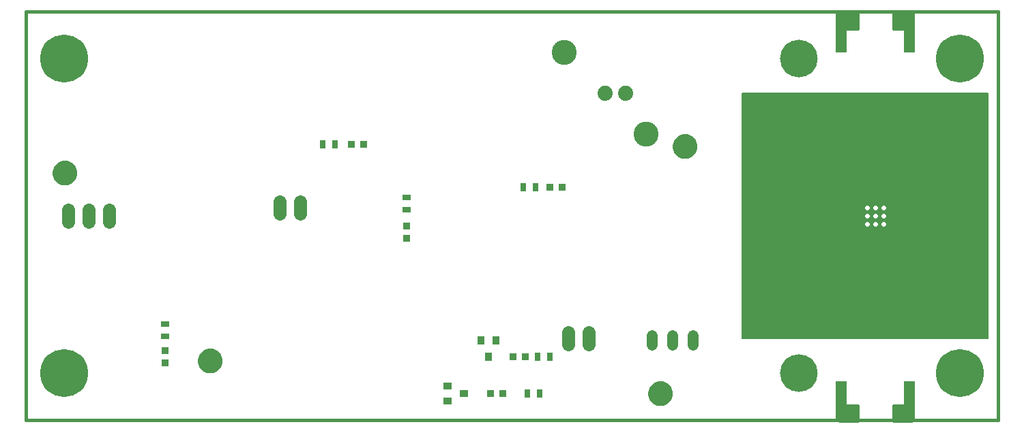
<source format=gbs>
G75*
%MOIN*%
%OFA0B0*%
%FSLAX25Y25*%
%IPPOS*%
%LPD*%
%AMOC8*
5,1,8,0,0,1.08239X$1,22.5*
%
%ADD10C,0.01600*%
%ADD11C,0.00500*%
%ADD12C,0.06400*%
%ADD13C,0.07400*%
%ADD14C,0.12211*%
%ADD15C,0.05200*%
%ADD16R,0.05400X0.20400*%
%ADD17C,0.01000*%
%ADD18R,0.03550X0.03943*%
%ADD19R,0.03943X0.03550*%
%ADD20R,0.03550X0.03550*%
%ADD21R,0.02762X0.03943*%
%ADD22R,0.03943X0.02762*%
%ADD23C,0.04337*%
%ADD24C,0.05906*%
%ADD25C,0.23400*%
%ADD26C,0.18400*%
D10*
X0001800Y0027250D02*
X0476800Y0027250D01*
X0476800Y0227250D01*
X0001800Y0227250D01*
X0001800Y0027250D01*
D11*
X0351800Y0067250D02*
X0351800Y0121250D01*
X0410800Y0121250D01*
X0410800Y0133250D01*
X0351800Y0133250D01*
X0351800Y0121250D01*
X0422800Y0121250D01*
X0471800Y0121250D01*
X0471800Y0133250D01*
X0422800Y0133250D01*
X0422800Y0121250D01*
X0471800Y0121250D01*
X0471800Y0067250D01*
X0351800Y0067250D01*
X0351800Y0067629D02*
X0471800Y0067629D01*
X0471800Y0068128D02*
X0351800Y0068128D01*
X0351800Y0068626D02*
X0471800Y0068626D01*
X0471800Y0069125D02*
X0351800Y0069125D01*
X0351800Y0069623D02*
X0471800Y0069623D01*
X0471800Y0070122D02*
X0351800Y0070122D01*
X0351800Y0070620D02*
X0471800Y0070620D01*
X0471800Y0071119D02*
X0351800Y0071119D01*
X0351800Y0071618D02*
X0471800Y0071618D01*
X0471800Y0072116D02*
X0351800Y0072116D01*
X0351800Y0072615D02*
X0471800Y0072615D01*
X0471800Y0073113D02*
X0351800Y0073113D01*
X0351800Y0073612D02*
X0471800Y0073612D01*
X0471800Y0074110D02*
X0351800Y0074110D01*
X0351800Y0074609D02*
X0471800Y0074609D01*
X0471800Y0075107D02*
X0351800Y0075107D01*
X0351800Y0075606D02*
X0471800Y0075606D01*
X0471800Y0076104D02*
X0351800Y0076104D01*
X0351800Y0076603D02*
X0471800Y0076603D01*
X0471800Y0077101D02*
X0351800Y0077101D01*
X0351800Y0077600D02*
X0471800Y0077600D01*
X0471800Y0078098D02*
X0351800Y0078098D01*
X0351800Y0078597D02*
X0471800Y0078597D01*
X0471800Y0079095D02*
X0351800Y0079095D01*
X0351800Y0079594D02*
X0471800Y0079594D01*
X0471800Y0080092D02*
X0351800Y0080092D01*
X0351800Y0080591D02*
X0471800Y0080591D01*
X0471800Y0081089D02*
X0351800Y0081089D01*
X0351800Y0081588D02*
X0471800Y0081588D01*
X0471800Y0082086D02*
X0351800Y0082086D01*
X0351800Y0082585D02*
X0471800Y0082585D01*
X0471800Y0083083D02*
X0351800Y0083083D01*
X0351800Y0083582D02*
X0471800Y0083582D01*
X0471800Y0084080D02*
X0351800Y0084080D01*
X0351800Y0084579D02*
X0471800Y0084579D01*
X0471800Y0085077D02*
X0351800Y0085077D01*
X0351800Y0085576D02*
X0471800Y0085576D01*
X0471800Y0086074D02*
X0351800Y0086074D01*
X0351800Y0086573D02*
X0471800Y0086573D01*
X0471800Y0087071D02*
X0351800Y0087071D01*
X0351800Y0087570D02*
X0471800Y0087570D01*
X0471800Y0088068D02*
X0351800Y0088068D01*
X0351800Y0088567D02*
X0471800Y0088567D01*
X0471800Y0089065D02*
X0351800Y0089065D01*
X0351800Y0089564D02*
X0471800Y0089564D01*
X0471800Y0090062D02*
X0351800Y0090062D01*
X0351800Y0090561D02*
X0471800Y0090561D01*
X0471800Y0091059D02*
X0351800Y0091059D01*
X0351800Y0091558D02*
X0471800Y0091558D01*
X0471800Y0092056D02*
X0351800Y0092056D01*
X0351800Y0092555D02*
X0471800Y0092555D01*
X0471800Y0093053D02*
X0351800Y0093053D01*
X0351800Y0093552D02*
X0471800Y0093552D01*
X0471800Y0094051D02*
X0351800Y0094051D01*
X0351800Y0094549D02*
X0471800Y0094549D01*
X0471800Y0095048D02*
X0351800Y0095048D01*
X0351800Y0095546D02*
X0471800Y0095546D01*
X0471800Y0096045D02*
X0351800Y0096045D01*
X0351800Y0096543D02*
X0471800Y0096543D01*
X0471800Y0097042D02*
X0351800Y0097042D01*
X0351800Y0097540D02*
X0471800Y0097540D01*
X0471800Y0098039D02*
X0351800Y0098039D01*
X0351800Y0098537D02*
X0471800Y0098537D01*
X0471800Y0099036D02*
X0351800Y0099036D01*
X0351800Y0099534D02*
X0471800Y0099534D01*
X0471800Y0100033D02*
X0351800Y0100033D01*
X0351800Y0100531D02*
X0471800Y0100531D01*
X0471800Y0101030D02*
X0351800Y0101030D01*
X0351800Y0101528D02*
X0471800Y0101528D01*
X0471800Y0102027D02*
X0351800Y0102027D01*
X0351800Y0102525D02*
X0471800Y0102525D01*
X0471800Y0103024D02*
X0351800Y0103024D01*
X0351800Y0103522D02*
X0471800Y0103522D01*
X0471800Y0104021D02*
X0351800Y0104021D01*
X0351800Y0104519D02*
X0471800Y0104519D01*
X0471800Y0105018D02*
X0351800Y0105018D01*
X0351800Y0105516D02*
X0471800Y0105516D01*
X0471800Y0106015D02*
X0351800Y0106015D01*
X0351800Y0106513D02*
X0471800Y0106513D01*
X0471800Y0107012D02*
X0351800Y0107012D01*
X0351800Y0107510D02*
X0471800Y0107510D01*
X0471800Y0108009D02*
X0351800Y0108009D01*
X0351800Y0108507D02*
X0471800Y0108507D01*
X0471800Y0109006D02*
X0351800Y0109006D01*
X0351800Y0109504D02*
X0471800Y0109504D01*
X0471800Y0110003D02*
X0351800Y0110003D01*
X0351800Y0110501D02*
X0471800Y0110501D01*
X0471800Y0111000D02*
X0351800Y0111000D01*
X0351800Y0111498D02*
X0471800Y0111498D01*
X0471800Y0111997D02*
X0351800Y0111997D01*
X0351800Y0112495D02*
X0471800Y0112495D01*
X0471800Y0112994D02*
X0351800Y0112994D01*
X0351800Y0113492D02*
X0471800Y0113492D01*
X0471800Y0113991D02*
X0351800Y0113991D01*
X0351800Y0114489D02*
X0471800Y0114489D01*
X0471800Y0114988D02*
X0351800Y0114988D01*
X0351800Y0115487D02*
X0471800Y0115487D01*
X0471800Y0115985D02*
X0351800Y0115985D01*
X0351800Y0116484D02*
X0471800Y0116484D01*
X0471800Y0116982D02*
X0351800Y0116982D01*
X0351800Y0117481D02*
X0471800Y0117481D01*
X0471800Y0117979D02*
X0351800Y0117979D01*
X0351800Y0118478D02*
X0471800Y0118478D01*
X0471800Y0118976D02*
X0351800Y0118976D01*
X0351800Y0119475D02*
X0471800Y0119475D01*
X0471800Y0119973D02*
X0351800Y0119973D01*
X0351800Y0120472D02*
X0471800Y0120472D01*
X0471800Y0120970D02*
X0351800Y0120970D01*
X0351800Y0121469D02*
X0410800Y0121469D01*
X0412300Y0121469D01*
X0413300Y0121469D01*
X0416300Y0121469D01*
X0417300Y0121469D01*
X0420300Y0121469D01*
X0421300Y0121469D01*
X0422800Y0121469D01*
X0471800Y0121469D01*
X0471800Y0121967D02*
X0422800Y0121967D01*
X0421517Y0121967D01*
X0421300Y0121750D02*
X0421300Y0121250D01*
X0420300Y0121250D01*
X0420300Y0121750D01*
X0419300Y0122750D01*
X0418300Y0122750D01*
X0417300Y0121750D01*
X0417300Y0121250D01*
X0416300Y0121250D01*
X0416300Y0121750D01*
X0415300Y0122750D01*
X0414300Y0122750D01*
X0413300Y0121750D01*
X0413300Y0121250D01*
X0412300Y0121250D01*
X0412300Y0121750D01*
X0411300Y0122750D01*
X0410800Y0122750D01*
X0410800Y0123750D01*
X0411300Y0123750D01*
X0412300Y0124750D01*
X0412300Y0125750D01*
X0411300Y0126750D01*
X0410800Y0126750D01*
X0410800Y0127750D01*
X0411300Y0127750D01*
X0412300Y0128750D01*
X0412300Y0129750D01*
X0411300Y0130750D01*
X0410800Y0130750D01*
X0410800Y0131750D01*
X0411300Y0131750D01*
X0412300Y0132750D01*
X0413300Y0132750D01*
X0413300Y0133250D01*
X0410800Y0133250D01*
X0410800Y0131750D01*
X0411300Y0131750D01*
X0411300Y0130750D01*
X0410800Y0130750D01*
X0410800Y0127750D01*
X0411300Y0127750D01*
X0411300Y0126750D01*
X0410800Y0126750D01*
X0410800Y0123750D01*
X0411300Y0123750D01*
X0411300Y0122750D01*
X0410800Y0122750D01*
X0410800Y0121250D01*
X0412300Y0121250D01*
X0412300Y0121750D01*
X0413300Y0121750D01*
X0413300Y0121250D01*
X0416300Y0121250D01*
X0416300Y0121750D01*
X0417300Y0121750D01*
X0417300Y0121250D01*
X0420300Y0121250D01*
X0420300Y0121750D01*
X0421300Y0121750D01*
X0421300Y0121250D01*
X0422800Y0121250D01*
X0422800Y0122750D01*
X0422300Y0122750D01*
X0421300Y0121750D01*
X0422016Y0122466D02*
X0422800Y0122466D01*
X0471800Y0122466D01*
X0471800Y0122964D02*
X0422800Y0122964D01*
X0422300Y0122964D01*
X0422300Y0122750D02*
X0422800Y0122750D01*
X0422800Y0123750D01*
X0422300Y0123750D01*
X0422300Y0122750D01*
X0422300Y0123463D02*
X0422800Y0123463D01*
X0471800Y0123463D01*
X0471800Y0123961D02*
X0422800Y0123961D01*
X0422089Y0123961D01*
X0422300Y0123750D02*
X0422800Y0123750D01*
X0422800Y0126750D01*
X0422300Y0126750D01*
X0421300Y0125750D01*
X0421300Y0124750D01*
X0422300Y0123750D01*
X0422800Y0124460D02*
X0471800Y0124460D01*
X0471800Y0124958D02*
X0422800Y0124958D01*
X0421300Y0124958D01*
X0420300Y0124958D01*
X0417300Y0124958D01*
X0416300Y0124958D01*
X0413300Y0124958D01*
X0412300Y0124958D01*
X0410800Y0124958D01*
X0351800Y0124958D01*
X0351800Y0124460D02*
X0410800Y0124460D01*
X0412010Y0124460D01*
X0412300Y0124750D02*
X0413300Y0124750D01*
X0413300Y0125750D01*
X0412300Y0125750D01*
X0412300Y0124750D01*
X0412300Y0125457D02*
X0410800Y0125457D01*
X0351800Y0125457D01*
X0351800Y0125955D02*
X0410800Y0125955D01*
X0412095Y0125955D01*
X0412300Y0125457D02*
X0413300Y0125457D01*
X0416300Y0125457D01*
X0417300Y0125457D01*
X0420300Y0125457D01*
X0421300Y0125457D01*
X0422800Y0125457D01*
X0471800Y0125457D01*
X0471800Y0125955D02*
X0422800Y0125955D01*
X0421505Y0125955D01*
X0421300Y0125750D02*
X0421300Y0124750D01*
X0420300Y0124750D01*
X0420300Y0125750D01*
X0421300Y0125750D01*
X0422004Y0126454D02*
X0422800Y0126454D01*
X0471800Y0126454D01*
X0471800Y0126952D02*
X0422800Y0126952D01*
X0422300Y0126952D01*
X0422300Y0126750D02*
X0422800Y0126750D01*
X0422800Y0127750D01*
X0422300Y0127750D01*
X0422300Y0126750D01*
X0422300Y0127451D02*
X0422800Y0127451D01*
X0471800Y0127451D01*
X0471800Y0127949D02*
X0422800Y0127949D01*
X0422101Y0127949D01*
X0422300Y0127750D02*
X0422800Y0127750D01*
X0422800Y0130750D01*
X0422300Y0130750D01*
X0421300Y0129750D01*
X0421300Y0128750D01*
X0422300Y0127750D01*
X0422800Y0128448D02*
X0471800Y0128448D01*
X0471800Y0128946D02*
X0422800Y0128946D01*
X0421300Y0128946D01*
X0420300Y0128946D01*
X0417300Y0128946D01*
X0416300Y0128946D01*
X0413300Y0128946D01*
X0412300Y0128946D01*
X0410800Y0128946D01*
X0351800Y0128946D01*
X0351800Y0128448D02*
X0410800Y0128448D01*
X0411998Y0128448D01*
X0412300Y0128750D02*
X0412300Y0129750D01*
X0413300Y0129750D01*
X0413300Y0128750D01*
X0412300Y0128750D01*
X0412300Y0129445D02*
X0410800Y0129445D01*
X0351800Y0129445D01*
X0351800Y0129943D02*
X0410800Y0129943D01*
X0412107Y0129943D01*
X0412300Y0129445D02*
X0413300Y0129445D01*
X0416300Y0129445D01*
X0417300Y0129445D01*
X0420300Y0129445D01*
X0421300Y0129445D01*
X0422800Y0129445D01*
X0471800Y0129445D01*
X0471800Y0129943D02*
X0422800Y0129943D01*
X0421493Y0129943D01*
X0421300Y0129750D02*
X0421300Y0128750D01*
X0420300Y0128750D01*
X0420300Y0129750D01*
X0421300Y0129750D01*
X0421992Y0130442D02*
X0422800Y0130442D01*
X0471800Y0130442D01*
X0471800Y0130940D02*
X0422800Y0130940D01*
X0422300Y0130940D01*
X0422300Y0130750D02*
X0422800Y0130750D01*
X0422800Y0131750D01*
X0422300Y0131750D01*
X0422300Y0130750D01*
X0422300Y0131439D02*
X0422800Y0131439D01*
X0471800Y0131439D01*
X0471800Y0131937D02*
X0422800Y0131937D01*
X0422113Y0131937D01*
X0422300Y0131750D02*
X0421300Y0132750D01*
X0421300Y0133250D01*
X0422800Y0133250D01*
X0351800Y0133250D01*
X0351800Y0187250D01*
X0471800Y0187250D01*
X0471800Y0133250D01*
X0422800Y0133250D01*
X0422800Y0131750D01*
X0422300Y0131750D01*
X0422800Y0132436D02*
X0471800Y0132436D01*
X0471800Y0132934D02*
X0422800Y0132934D01*
X0421300Y0132934D01*
X0420300Y0132934D01*
X0417300Y0132934D01*
X0416300Y0132934D01*
X0413300Y0132934D01*
X0410800Y0132934D01*
X0351800Y0132934D01*
X0351800Y0132436D02*
X0410800Y0132436D01*
X0411986Y0132436D01*
X0411487Y0131937D02*
X0410800Y0131937D01*
X0351800Y0131937D01*
X0351800Y0131439D02*
X0410800Y0131439D01*
X0411300Y0131439D01*
X0411300Y0130940D02*
X0410800Y0130940D01*
X0351800Y0130940D01*
X0351800Y0130442D02*
X0410800Y0130442D01*
X0411608Y0130442D01*
X0413300Y0129750D02*
X0414300Y0130750D01*
X0415300Y0130750D01*
X0415300Y0131750D01*
X0414300Y0131750D01*
X0413300Y0132750D01*
X0413300Y0133250D01*
X0416300Y0133250D01*
X0416300Y0132750D01*
X0417300Y0132750D01*
X0417300Y0133250D01*
X0420300Y0133250D01*
X0420300Y0132750D01*
X0421300Y0132750D01*
X0421300Y0133250D01*
X0420300Y0133250D01*
X0420300Y0132750D01*
X0419300Y0131750D01*
X0418300Y0131750D01*
X0417300Y0132750D01*
X0417300Y0133250D01*
X0416300Y0133250D01*
X0416300Y0132750D01*
X0415300Y0131750D01*
X0414300Y0131750D01*
X0414300Y0130750D01*
X0415300Y0130750D01*
X0416300Y0129750D01*
X0416300Y0128750D01*
X0417300Y0128750D01*
X0417300Y0129750D01*
X0416300Y0129750D01*
X0416300Y0128750D01*
X0415300Y0127750D01*
X0414300Y0127750D01*
X0414300Y0126750D01*
X0415300Y0126750D01*
X0415300Y0127750D01*
X0414300Y0127750D01*
X0413300Y0128750D01*
X0413300Y0129750D01*
X0413493Y0129943D02*
X0416107Y0129943D01*
X0415608Y0130442D02*
X0413992Y0130442D01*
X0414300Y0130940D02*
X0415300Y0130940D01*
X0415300Y0131439D02*
X0414300Y0131439D01*
X0414113Y0131937D02*
X0415487Y0131937D01*
X0415986Y0132436D02*
X0413614Y0132436D01*
X0417614Y0132436D02*
X0419986Y0132436D01*
X0419487Y0131937D02*
X0418113Y0131937D01*
X0418300Y0131750D02*
X0419300Y0131750D01*
X0419300Y0130750D01*
X0418300Y0130750D01*
X0418300Y0131750D01*
X0418300Y0131439D02*
X0419300Y0131439D01*
X0419300Y0130940D02*
X0418300Y0130940D01*
X0418300Y0130750D02*
X0419300Y0130750D01*
X0420300Y0129750D01*
X0420300Y0128750D01*
X0419300Y0127750D01*
X0418300Y0127750D01*
X0418300Y0126750D01*
X0419300Y0126750D01*
X0419300Y0127750D01*
X0418300Y0127750D01*
X0417300Y0128750D01*
X0417300Y0129750D01*
X0418300Y0130750D01*
X0417992Y0130442D02*
X0419608Y0130442D01*
X0420107Y0129943D02*
X0417493Y0129943D01*
X0417602Y0128448D02*
X0419998Y0128448D01*
X0419499Y0127949D02*
X0418101Y0127949D01*
X0418300Y0127451D02*
X0419300Y0127451D01*
X0419300Y0126952D02*
X0418300Y0126952D01*
X0418300Y0126750D02*
X0417300Y0125750D01*
X0417300Y0124750D01*
X0416300Y0124750D01*
X0416300Y0125750D01*
X0417300Y0125750D01*
X0417300Y0124750D01*
X0418300Y0123750D01*
X0419300Y0123750D01*
X0419300Y0122750D01*
X0418300Y0122750D01*
X0418300Y0123750D01*
X0419300Y0123750D01*
X0420300Y0124750D01*
X0420300Y0125750D01*
X0419300Y0126750D01*
X0418300Y0126750D01*
X0418004Y0126454D02*
X0419596Y0126454D01*
X0420095Y0125955D02*
X0417505Y0125955D01*
X0416300Y0125750D02*
X0415300Y0126750D01*
X0414300Y0126750D01*
X0413300Y0125750D01*
X0413300Y0124750D01*
X0414300Y0123750D01*
X0415300Y0123750D01*
X0415300Y0122750D01*
X0414300Y0122750D01*
X0414300Y0123750D01*
X0415300Y0123750D01*
X0416300Y0124750D01*
X0416300Y0125750D01*
X0416095Y0125955D02*
X0413505Y0125955D01*
X0414004Y0126454D02*
X0415596Y0126454D01*
X0415300Y0126952D02*
X0414300Y0126952D01*
X0414300Y0127451D02*
X0415300Y0127451D01*
X0415499Y0127949D02*
X0414101Y0127949D01*
X0413602Y0128448D02*
X0415998Y0128448D01*
X0416010Y0124460D02*
X0413590Y0124460D01*
X0414089Y0123961D02*
X0415511Y0123961D01*
X0415300Y0123463D02*
X0414300Y0123463D01*
X0414300Y0122964D02*
X0415300Y0122964D01*
X0415584Y0122466D02*
X0414016Y0122466D01*
X0413517Y0121967D02*
X0416083Y0121967D01*
X0417517Y0121967D02*
X0420083Y0121967D01*
X0419584Y0122466D02*
X0418016Y0122466D01*
X0418300Y0122964D02*
X0419300Y0122964D01*
X0419300Y0123463D02*
X0418300Y0123463D01*
X0418089Y0123961D02*
X0419511Y0123961D01*
X0420010Y0124460D02*
X0417590Y0124460D01*
X0421590Y0124460D02*
X0422800Y0124460D01*
X0422800Y0128448D02*
X0421602Y0128448D01*
X0421614Y0132436D02*
X0422800Y0132436D01*
X0411499Y0127949D02*
X0410800Y0127949D01*
X0351800Y0127949D01*
X0351800Y0127451D02*
X0410800Y0127451D01*
X0411300Y0127451D01*
X0411300Y0126952D02*
X0410800Y0126952D01*
X0351800Y0126952D01*
X0351800Y0126454D02*
X0410800Y0126454D01*
X0411596Y0126454D01*
X0411511Y0123961D02*
X0410800Y0123961D01*
X0351800Y0123961D01*
X0351800Y0123463D02*
X0410800Y0123463D01*
X0411300Y0123463D01*
X0411300Y0122964D02*
X0410800Y0122964D01*
X0351800Y0122964D01*
X0351800Y0122466D02*
X0410800Y0122466D01*
X0411584Y0122466D01*
X0412083Y0121967D02*
X0410800Y0121967D01*
X0351800Y0121967D01*
X0351800Y0133433D02*
X0471800Y0133433D01*
X0471800Y0133931D02*
X0351800Y0133931D01*
X0351800Y0134430D02*
X0471800Y0134430D01*
X0471800Y0134928D02*
X0351800Y0134928D01*
X0351800Y0135427D02*
X0471800Y0135427D01*
X0471800Y0135925D02*
X0351800Y0135925D01*
X0351800Y0136424D02*
X0471800Y0136424D01*
X0471800Y0136922D02*
X0351800Y0136922D01*
X0351800Y0137421D02*
X0471800Y0137421D01*
X0471800Y0137920D02*
X0351800Y0137920D01*
X0351800Y0138418D02*
X0471800Y0138418D01*
X0471800Y0138917D02*
X0351800Y0138917D01*
X0351800Y0139415D02*
X0471800Y0139415D01*
X0471800Y0139914D02*
X0351800Y0139914D01*
X0351800Y0140412D02*
X0471800Y0140412D01*
X0471800Y0140911D02*
X0351800Y0140911D01*
X0351800Y0141409D02*
X0471800Y0141409D01*
X0471800Y0141908D02*
X0351800Y0141908D01*
X0351800Y0142406D02*
X0471800Y0142406D01*
X0471800Y0142905D02*
X0351800Y0142905D01*
X0351800Y0143403D02*
X0471800Y0143403D01*
X0471800Y0143902D02*
X0351800Y0143902D01*
X0351800Y0144400D02*
X0471800Y0144400D01*
X0471800Y0144899D02*
X0351800Y0144899D01*
X0351800Y0145397D02*
X0471800Y0145397D01*
X0471800Y0145896D02*
X0351800Y0145896D01*
X0351800Y0146394D02*
X0471800Y0146394D01*
X0471800Y0146893D02*
X0351800Y0146893D01*
X0351800Y0147391D02*
X0471800Y0147391D01*
X0471800Y0147890D02*
X0351800Y0147890D01*
X0351800Y0148388D02*
X0471800Y0148388D01*
X0471800Y0148887D02*
X0351800Y0148887D01*
X0351800Y0149385D02*
X0471800Y0149385D01*
X0471800Y0149884D02*
X0351800Y0149884D01*
X0351800Y0150382D02*
X0471800Y0150382D01*
X0471800Y0150881D02*
X0351800Y0150881D01*
X0351800Y0151379D02*
X0471800Y0151379D01*
X0471800Y0151878D02*
X0351800Y0151878D01*
X0351800Y0152376D02*
X0471800Y0152376D01*
X0471800Y0152875D02*
X0351800Y0152875D01*
X0351800Y0153373D02*
X0471800Y0153373D01*
X0471800Y0153872D02*
X0351800Y0153872D01*
X0351800Y0154370D02*
X0471800Y0154370D01*
X0471800Y0154869D02*
X0351800Y0154869D01*
X0351800Y0155367D02*
X0471800Y0155367D01*
X0471800Y0155866D02*
X0351800Y0155866D01*
X0351800Y0156364D02*
X0471800Y0156364D01*
X0471800Y0156863D02*
X0351800Y0156863D01*
X0351800Y0157361D02*
X0471800Y0157361D01*
X0471800Y0157860D02*
X0351800Y0157860D01*
X0351800Y0158358D02*
X0471800Y0158358D01*
X0471800Y0158857D02*
X0351800Y0158857D01*
X0351800Y0159355D02*
X0471800Y0159355D01*
X0471800Y0159854D02*
X0351800Y0159854D01*
X0351800Y0160353D02*
X0471800Y0160353D01*
X0471800Y0160851D02*
X0351800Y0160851D01*
X0351800Y0161350D02*
X0471800Y0161350D01*
X0471800Y0161848D02*
X0351800Y0161848D01*
X0351800Y0162347D02*
X0471800Y0162347D01*
X0471800Y0162845D02*
X0351800Y0162845D01*
X0351800Y0163344D02*
X0471800Y0163344D01*
X0471800Y0163842D02*
X0351800Y0163842D01*
X0351800Y0164341D02*
X0471800Y0164341D01*
X0471800Y0164839D02*
X0351800Y0164839D01*
X0351800Y0165338D02*
X0471800Y0165338D01*
X0471800Y0165836D02*
X0351800Y0165836D01*
X0351800Y0166335D02*
X0471800Y0166335D01*
X0471800Y0166833D02*
X0351800Y0166833D01*
X0351800Y0167332D02*
X0471800Y0167332D01*
X0471800Y0167830D02*
X0351800Y0167830D01*
X0351800Y0168329D02*
X0471800Y0168329D01*
X0471800Y0168827D02*
X0351800Y0168827D01*
X0351800Y0169326D02*
X0471800Y0169326D01*
X0471800Y0169824D02*
X0351800Y0169824D01*
X0351800Y0170323D02*
X0471800Y0170323D01*
X0471800Y0170821D02*
X0351800Y0170821D01*
X0351800Y0171320D02*
X0471800Y0171320D01*
X0471800Y0171818D02*
X0351800Y0171818D01*
X0351800Y0172317D02*
X0471800Y0172317D01*
X0471800Y0172815D02*
X0351800Y0172815D01*
X0351800Y0173314D02*
X0471800Y0173314D01*
X0471800Y0173812D02*
X0351800Y0173812D01*
X0351800Y0174311D02*
X0471800Y0174311D01*
X0471800Y0174809D02*
X0351800Y0174809D01*
X0351800Y0175308D02*
X0471800Y0175308D01*
X0471800Y0175806D02*
X0351800Y0175806D01*
X0351800Y0176305D02*
X0471800Y0176305D01*
X0471800Y0176803D02*
X0351800Y0176803D01*
X0351800Y0177302D02*
X0471800Y0177302D01*
X0471800Y0177800D02*
X0351800Y0177800D01*
X0351800Y0178299D02*
X0471800Y0178299D01*
X0471800Y0178797D02*
X0351800Y0178797D01*
X0351800Y0179296D02*
X0471800Y0179296D01*
X0471800Y0179794D02*
X0351800Y0179794D01*
X0351800Y0180293D02*
X0471800Y0180293D01*
X0471800Y0180791D02*
X0351800Y0180791D01*
X0351800Y0181290D02*
X0471800Y0181290D01*
X0471800Y0181789D02*
X0351800Y0181789D01*
X0351800Y0182287D02*
X0471800Y0182287D01*
X0471800Y0182786D02*
X0351800Y0182786D01*
X0351800Y0183284D02*
X0471800Y0183284D01*
X0471800Y0183783D02*
X0351800Y0183783D01*
X0351800Y0184281D02*
X0471800Y0184281D01*
X0471800Y0184780D02*
X0351800Y0184780D01*
X0351800Y0185278D02*
X0471800Y0185278D01*
X0471800Y0185777D02*
X0351800Y0185777D01*
X0351800Y0186275D02*
X0471800Y0186275D01*
X0471800Y0186774D02*
X0351800Y0186774D01*
D12*
X0135800Y0134250D02*
X0135800Y0128250D01*
X0125800Y0128250D02*
X0125800Y0134250D01*
X0042400Y0130250D02*
X0042400Y0124250D01*
X0032400Y0124250D02*
X0032400Y0130250D01*
X0022400Y0130250D02*
X0022400Y0124250D01*
X0266800Y0070250D02*
X0266800Y0064250D01*
X0276800Y0064250D02*
X0276800Y0070250D01*
D13*
X0284800Y0187250D03*
X0294800Y0187250D03*
D14*
X0304800Y0167250D03*
X0264800Y0207250D03*
D15*
X0307800Y0068650D02*
X0307800Y0063850D01*
X0317800Y0063850D02*
X0317800Y0068650D01*
X0327800Y0068650D02*
X0327800Y0063850D01*
D16*
X0400050Y0036250D03*
X0433550Y0036250D03*
X0433550Y0217250D03*
X0400050Y0217250D03*
D17*
X0398950Y0216967D02*
X0401500Y0216967D01*
X0401500Y0215969D02*
X0398950Y0215969D01*
X0398950Y0215350D02*
X0398950Y0226750D01*
X0408300Y0226750D01*
X0408300Y0218750D01*
X0401500Y0218750D01*
X0401500Y0215350D01*
X0398950Y0215350D01*
X0398950Y0217966D02*
X0401500Y0217966D01*
X0398950Y0218964D02*
X0408300Y0218964D01*
X0408300Y0219963D02*
X0398950Y0219963D01*
X0398950Y0220961D02*
X0408300Y0220961D01*
X0408300Y0221960D02*
X0398950Y0221960D01*
X0398950Y0222958D02*
X0408300Y0222958D01*
X0408300Y0223957D02*
X0398950Y0223957D01*
X0398950Y0224955D02*
X0408300Y0224955D01*
X0408300Y0225954D02*
X0398950Y0225954D01*
X0425300Y0225954D02*
X0434650Y0225954D01*
X0434650Y0226750D02*
X0425300Y0226750D01*
X0425300Y0218750D01*
X0432100Y0218750D01*
X0432100Y0212800D01*
X0434650Y0212800D01*
X0434650Y0226750D01*
X0434650Y0224955D02*
X0425300Y0224955D01*
X0425300Y0223957D02*
X0434650Y0223957D01*
X0434650Y0222958D02*
X0425300Y0222958D01*
X0425300Y0221960D02*
X0434650Y0221960D01*
X0434650Y0220961D02*
X0425300Y0220961D01*
X0425300Y0219963D02*
X0434650Y0219963D01*
X0434650Y0218964D02*
X0425300Y0218964D01*
X0432100Y0217966D02*
X0434650Y0217966D01*
X0434650Y0216967D02*
X0432100Y0216967D01*
X0432100Y0215969D02*
X0434650Y0215969D01*
X0434650Y0214970D02*
X0432100Y0214970D01*
X0432100Y0213972D02*
X0434650Y0213972D01*
X0434650Y0212973D02*
X0432100Y0212973D01*
X0401500Y0040700D02*
X0401500Y0034750D01*
X0408300Y0034750D01*
X0408300Y0026750D01*
X0398950Y0026750D01*
X0398950Y0040700D01*
X0401500Y0040700D01*
X0401500Y0040231D02*
X0398950Y0040231D01*
X0398950Y0039232D02*
X0401500Y0039232D01*
X0401500Y0038234D02*
X0398950Y0038234D01*
X0398950Y0037235D02*
X0401500Y0037235D01*
X0401500Y0036237D02*
X0398950Y0036237D01*
X0398950Y0035238D02*
X0401500Y0035238D01*
X0398950Y0034240D02*
X0408300Y0034240D01*
X0408300Y0033241D02*
X0398950Y0033241D01*
X0398950Y0032243D02*
X0408300Y0032243D01*
X0408300Y0031244D02*
X0398950Y0031244D01*
X0398950Y0030246D02*
X0408300Y0030246D01*
X0408300Y0029247D02*
X0398950Y0029247D01*
X0398950Y0028249D02*
X0408300Y0028249D01*
X0408300Y0027250D02*
X0398950Y0027250D01*
X0425300Y0027250D02*
X0434650Y0027250D01*
X0434650Y0026750D02*
X0425300Y0026750D01*
X0425300Y0034750D01*
X0432100Y0034750D01*
X0432100Y0038150D01*
X0434650Y0038150D01*
X0434650Y0026750D01*
X0434650Y0028249D02*
X0425300Y0028249D01*
X0425300Y0029247D02*
X0434650Y0029247D01*
X0434650Y0030246D02*
X0425300Y0030246D01*
X0425300Y0031244D02*
X0434650Y0031244D01*
X0434650Y0032243D02*
X0425300Y0032243D01*
X0425300Y0033241D02*
X0434650Y0033241D01*
X0434650Y0034240D02*
X0425300Y0034240D01*
X0432100Y0035238D02*
X0434650Y0035238D01*
X0434650Y0036237D02*
X0432100Y0036237D01*
X0432100Y0037235D02*
X0434650Y0037235D01*
D18*
X0231540Y0066187D03*
X0224060Y0066187D03*
X0227800Y0058313D03*
D19*
X0207863Y0043990D03*
X0215737Y0040250D03*
X0207863Y0036510D03*
D20*
X0228847Y0040250D03*
X0234753Y0040250D03*
X0239847Y0058250D03*
X0245753Y0058250D03*
X0187800Y0116297D03*
X0187800Y0122203D03*
X0257847Y0141250D03*
X0263753Y0141250D03*
X0166753Y0162250D03*
X0160847Y0162250D03*
X0069800Y0061203D03*
X0069800Y0055297D03*
D21*
X0246847Y0040250D03*
X0252753Y0040250D03*
X0251847Y0058250D03*
X0257753Y0058250D03*
X0250753Y0141250D03*
X0244847Y0141250D03*
X0152753Y0162250D03*
X0146847Y0162250D03*
D22*
X0187800Y0136203D03*
X0187800Y0130297D03*
X0069800Y0074203D03*
X0069800Y0068297D03*
D23*
X0091800Y0056250D03*
X0020800Y0148250D03*
X0311800Y0040250D03*
X0323800Y0161250D03*
D24*
X0320847Y0161250D02*
X0320849Y0161358D01*
X0320855Y0161467D01*
X0320865Y0161575D01*
X0320879Y0161682D01*
X0320897Y0161789D01*
X0320918Y0161896D01*
X0320944Y0162001D01*
X0320974Y0162106D01*
X0321007Y0162209D01*
X0321044Y0162311D01*
X0321085Y0162411D01*
X0321129Y0162510D01*
X0321178Y0162608D01*
X0321229Y0162703D01*
X0321284Y0162796D01*
X0321343Y0162888D01*
X0321405Y0162977D01*
X0321470Y0163064D01*
X0321538Y0163148D01*
X0321609Y0163230D01*
X0321683Y0163309D01*
X0321760Y0163385D01*
X0321840Y0163459D01*
X0321923Y0163529D01*
X0322008Y0163597D01*
X0322095Y0163661D01*
X0322185Y0163722D01*
X0322277Y0163780D01*
X0322371Y0163834D01*
X0322467Y0163885D01*
X0322564Y0163932D01*
X0322664Y0163976D01*
X0322765Y0164016D01*
X0322867Y0164052D01*
X0322970Y0164084D01*
X0323075Y0164113D01*
X0323181Y0164137D01*
X0323287Y0164158D01*
X0323394Y0164175D01*
X0323502Y0164188D01*
X0323610Y0164197D01*
X0323719Y0164202D01*
X0323827Y0164203D01*
X0323936Y0164200D01*
X0324044Y0164193D01*
X0324152Y0164182D01*
X0324259Y0164167D01*
X0324366Y0164148D01*
X0324472Y0164125D01*
X0324577Y0164099D01*
X0324682Y0164068D01*
X0324784Y0164034D01*
X0324886Y0163996D01*
X0324986Y0163954D01*
X0325085Y0163909D01*
X0325182Y0163860D01*
X0325276Y0163807D01*
X0325369Y0163751D01*
X0325460Y0163692D01*
X0325549Y0163629D01*
X0325635Y0163564D01*
X0325719Y0163495D01*
X0325800Y0163423D01*
X0325878Y0163348D01*
X0325954Y0163270D01*
X0326027Y0163189D01*
X0326097Y0163106D01*
X0326163Y0163021D01*
X0326227Y0162933D01*
X0326287Y0162842D01*
X0326344Y0162750D01*
X0326397Y0162655D01*
X0326447Y0162559D01*
X0326493Y0162461D01*
X0326536Y0162361D01*
X0326575Y0162260D01*
X0326610Y0162157D01*
X0326642Y0162054D01*
X0326669Y0161949D01*
X0326693Y0161843D01*
X0326713Y0161736D01*
X0326729Y0161629D01*
X0326741Y0161521D01*
X0326749Y0161413D01*
X0326753Y0161304D01*
X0326753Y0161196D01*
X0326749Y0161087D01*
X0326741Y0160979D01*
X0326729Y0160871D01*
X0326713Y0160764D01*
X0326693Y0160657D01*
X0326669Y0160551D01*
X0326642Y0160446D01*
X0326610Y0160343D01*
X0326575Y0160240D01*
X0326536Y0160139D01*
X0326493Y0160039D01*
X0326447Y0159941D01*
X0326397Y0159845D01*
X0326344Y0159750D01*
X0326287Y0159658D01*
X0326227Y0159567D01*
X0326163Y0159479D01*
X0326097Y0159394D01*
X0326027Y0159311D01*
X0325954Y0159230D01*
X0325878Y0159152D01*
X0325800Y0159077D01*
X0325719Y0159005D01*
X0325635Y0158936D01*
X0325549Y0158871D01*
X0325460Y0158808D01*
X0325369Y0158749D01*
X0325277Y0158693D01*
X0325182Y0158640D01*
X0325085Y0158591D01*
X0324986Y0158546D01*
X0324886Y0158504D01*
X0324784Y0158466D01*
X0324682Y0158432D01*
X0324577Y0158401D01*
X0324472Y0158375D01*
X0324366Y0158352D01*
X0324259Y0158333D01*
X0324152Y0158318D01*
X0324044Y0158307D01*
X0323936Y0158300D01*
X0323827Y0158297D01*
X0323719Y0158298D01*
X0323610Y0158303D01*
X0323502Y0158312D01*
X0323394Y0158325D01*
X0323287Y0158342D01*
X0323181Y0158363D01*
X0323075Y0158387D01*
X0322970Y0158416D01*
X0322867Y0158448D01*
X0322765Y0158484D01*
X0322664Y0158524D01*
X0322564Y0158568D01*
X0322467Y0158615D01*
X0322371Y0158666D01*
X0322277Y0158720D01*
X0322185Y0158778D01*
X0322095Y0158839D01*
X0322008Y0158903D01*
X0321923Y0158971D01*
X0321840Y0159041D01*
X0321760Y0159115D01*
X0321683Y0159191D01*
X0321609Y0159270D01*
X0321538Y0159352D01*
X0321470Y0159436D01*
X0321405Y0159523D01*
X0321343Y0159612D01*
X0321284Y0159704D01*
X0321229Y0159797D01*
X0321178Y0159892D01*
X0321129Y0159990D01*
X0321085Y0160089D01*
X0321044Y0160189D01*
X0321007Y0160291D01*
X0320974Y0160394D01*
X0320944Y0160499D01*
X0320918Y0160604D01*
X0320897Y0160711D01*
X0320879Y0160818D01*
X0320865Y0160925D01*
X0320855Y0161033D01*
X0320849Y0161142D01*
X0320847Y0161250D01*
X0308847Y0040250D02*
X0308849Y0040358D01*
X0308855Y0040467D01*
X0308865Y0040575D01*
X0308879Y0040682D01*
X0308897Y0040789D01*
X0308918Y0040896D01*
X0308944Y0041001D01*
X0308974Y0041106D01*
X0309007Y0041209D01*
X0309044Y0041311D01*
X0309085Y0041411D01*
X0309129Y0041510D01*
X0309178Y0041608D01*
X0309229Y0041703D01*
X0309284Y0041796D01*
X0309343Y0041888D01*
X0309405Y0041977D01*
X0309470Y0042064D01*
X0309538Y0042148D01*
X0309609Y0042230D01*
X0309683Y0042309D01*
X0309760Y0042385D01*
X0309840Y0042459D01*
X0309923Y0042529D01*
X0310008Y0042597D01*
X0310095Y0042661D01*
X0310185Y0042722D01*
X0310277Y0042780D01*
X0310371Y0042834D01*
X0310467Y0042885D01*
X0310564Y0042932D01*
X0310664Y0042976D01*
X0310765Y0043016D01*
X0310867Y0043052D01*
X0310970Y0043084D01*
X0311075Y0043113D01*
X0311181Y0043137D01*
X0311287Y0043158D01*
X0311394Y0043175D01*
X0311502Y0043188D01*
X0311610Y0043197D01*
X0311719Y0043202D01*
X0311827Y0043203D01*
X0311936Y0043200D01*
X0312044Y0043193D01*
X0312152Y0043182D01*
X0312259Y0043167D01*
X0312366Y0043148D01*
X0312472Y0043125D01*
X0312577Y0043099D01*
X0312682Y0043068D01*
X0312784Y0043034D01*
X0312886Y0042996D01*
X0312986Y0042954D01*
X0313085Y0042909D01*
X0313182Y0042860D01*
X0313276Y0042807D01*
X0313369Y0042751D01*
X0313460Y0042692D01*
X0313549Y0042629D01*
X0313635Y0042564D01*
X0313719Y0042495D01*
X0313800Y0042423D01*
X0313878Y0042348D01*
X0313954Y0042270D01*
X0314027Y0042189D01*
X0314097Y0042106D01*
X0314163Y0042021D01*
X0314227Y0041933D01*
X0314287Y0041842D01*
X0314344Y0041750D01*
X0314397Y0041655D01*
X0314447Y0041559D01*
X0314493Y0041461D01*
X0314536Y0041361D01*
X0314575Y0041260D01*
X0314610Y0041157D01*
X0314642Y0041054D01*
X0314669Y0040949D01*
X0314693Y0040843D01*
X0314713Y0040736D01*
X0314729Y0040629D01*
X0314741Y0040521D01*
X0314749Y0040413D01*
X0314753Y0040304D01*
X0314753Y0040196D01*
X0314749Y0040087D01*
X0314741Y0039979D01*
X0314729Y0039871D01*
X0314713Y0039764D01*
X0314693Y0039657D01*
X0314669Y0039551D01*
X0314642Y0039446D01*
X0314610Y0039343D01*
X0314575Y0039240D01*
X0314536Y0039139D01*
X0314493Y0039039D01*
X0314447Y0038941D01*
X0314397Y0038845D01*
X0314344Y0038750D01*
X0314287Y0038658D01*
X0314227Y0038567D01*
X0314163Y0038479D01*
X0314097Y0038394D01*
X0314027Y0038311D01*
X0313954Y0038230D01*
X0313878Y0038152D01*
X0313800Y0038077D01*
X0313719Y0038005D01*
X0313635Y0037936D01*
X0313549Y0037871D01*
X0313460Y0037808D01*
X0313369Y0037749D01*
X0313277Y0037693D01*
X0313182Y0037640D01*
X0313085Y0037591D01*
X0312986Y0037546D01*
X0312886Y0037504D01*
X0312784Y0037466D01*
X0312682Y0037432D01*
X0312577Y0037401D01*
X0312472Y0037375D01*
X0312366Y0037352D01*
X0312259Y0037333D01*
X0312152Y0037318D01*
X0312044Y0037307D01*
X0311936Y0037300D01*
X0311827Y0037297D01*
X0311719Y0037298D01*
X0311610Y0037303D01*
X0311502Y0037312D01*
X0311394Y0037325D01*
X0311287Y0037342D01*
X0311181Y0037363D01*
X0311075Y0037387D01*
X0310970Y0037416D01*
X0310867Y0037448D01*
X0310765Y0037484D01*
X0310664Y0037524D01*
X0310564Y0037568D01*
X0310467Y0037615D01*
X0310371Y0037666D01*
X0310277Y0037720D01*
X0310185Y0037778D01*
X0310095Y0037839D01*
X0310008Y0037903D01*
X0309923Y0037971D01*
X0309840Y0038041D01*
X0309760Y0038115D01*
X0309683Y0038191D01*
X0309609Y0038270D01*
X0309538Y0038352D01*
X0309470Y0038436D01*
X0309405Y0038523D01*
X0309343Y0038612D01*
X0309284Y0038704D01*
X0309229Y0038797D01*
X0309178Y0038892D01*
X0309129Y0038990D01*
X0309085Y0039089D01*
X0309044Y0039189D01*
X0309007Y0039291D01*
X0308974Y0039394D01*
X0308944Y0039499D01*
X0308918Y0039604D01*
X0308897Y0039711D01*
X0308879Y0039818D01*
X0308865Y0039925D01*
X0308855Y0040033D01*
X0308849Y0040142D01*
X0308847Y0040250D01*
X0088847Y0056250D02*
X0088849Y0056358D01*
X0088855Y0056467D01*
X0088865Y0056575D01*
X0088879Y0056682D01*
X0088897Y0056789D01*
X0088918Y0056896D01*
X0088944Y0057001D01*
X0088974Y0057106D01*
X0089007Y0057209D01*
X0089044Y0057311D01*
X0089085Y0057411D01*
X0089129Y0057510D01*
X0089178Y0057608D01*
X0089229Y0057703D01*
X0089284Y0057796D01*
X0089343Y0057888D01*
X0089405Y0057977D01*
X0089470Y0058064D01*
X0089538Y0058148D01*
X0089609Y0058230D01*
X0089683Y0058309D01*
X0089760Y0058385D01*
X0089840Y0058459D01*
X0089923Y0058529D01*
X0090008Y0058597D01*
X0090095Y0058661D01*
X0090185Y0058722D01*
X0090277Y0058780D01*
X0090371Y0058834D01*
X0090467Y0058885D01*
X0090564Y0058932D01*
X0090664Y0058976D01*
X0090765Y0059016D01*
X0090867Y0059052D01*
X0090970Y0059084D01*
X0091075Y0059113D01*
X0091181Y0059137D01*
X0091287Y0059158D01*
X0091394Y0059175D01*
X0091502Y0059188D01*
X0091610Y0059197D01*
X0091719Y0059202D01*
X0091827Y0059203D01*
X0091936Y0059200D01*
X0092044Y0059193D01*
X0092152Y0059182D01*
X0092259Y0059167D01*
X0092366Y0059148D01*
X0092472Y0059125D01*
X0092577Y0059099D01*
X0092682Y0059068D01*
X0092784Y0059034D01*
X0092886Y0058996D01*
X0092986Y0058954D01*
X0093085Y0058909D01*
X0093182Y0058860D01*
X0093276Y0058807D01*
X0093369Y0058751D01*
X0093460Y0058692D01*
X0093549Y0058629D01*
X0093635Y0058564D01*
X0093719Y0058495D01*
X0093800Y0058423D01*
X0093878Y0058348D01*
X0093954Y0058270D01*
X0094027Y0058189D01*
X0094097Y0058106D01*
X0094163Y0058021D01*
X0094227Y0057933D01*
X0094287Y0057842D01*
X0094344Y0057750D01*
X0094397Y0057655D01*
X0094447Y0057559D01*
X0094493Y0057461D01*
X0094536Y0057361D01*
X0094575Y0057260D01*
X0094610Y0057157D01*
X0094642Y0057054D01*
X0094669Y0056949D01*
X0094693Y0056843D01*
X0094713Y0056736D01*
X0094729Y0056629D01*
X0094741Y0056521D01*
X0094749Y0056413D01*
X0094753Y0056304D01*
X0094753Y0056196D01*
X0094749Y0056087D01*
X0094741Y0055979D01*
X0094729Y0055871D01*
X0094713Y0055764D01*
X0094693Y0055657D01*
X0094669Y0055551D01*
X0094642Y0055446D01*
X0094610Y0055343D01*
X0094575Y0055240D01*
X0094536Y0055139D01*
X0094493Y0055039D01*
X0094447Y0054941D01*
X0094397Y0054845D01*
X0094344Y0054750D01*
X0094287Y0054658D01*
X0094227Y0054567D01*
X0094163Y0054479D01*
X0094097Y0054394D01*
X0094027Y0054311D01*
X0093954Y0054230D01*
X0093878Y0054152D01*
X0093800Y0054077D01*
X0093719Y0054005D01*
X0093635Y0053936D01*
X0093549Y0053871D01*
X0093460Y0053808D01*
X0093369Y0053749D01*
X0093277Y0053693D01*
X0093182Y0053640D01*
X0093085Y0053591D01*
X0092986Y0053546D01*
X0092886Y0053504D01*
X0092784Y0053466D01*
X0092682Y0053432D01*
X0092577Y0053401D01*
X0092472Y0053375D01*
X0092366Y0053352D01*
X0092259Y0053333D01*
X0092152Y0053318D01*
X0092044Y0053307D01*
X0091936Y0053300D01*
X0091827Y0053297D01*
X0091719Y0053298D01*
X0091610Y0053303D01*
X0091502Y0053312D01*
X0091394Y0053325D01*
X0091287Y0053342D01*
X0091181Y0053363D01*
X0091075Y0053387D01*
X0090970Y0053416D01*
X0090867Y0053448D01*
X0090765Y0053484D01*
X0090664Y0053524D01*
X0090564Y0053568D01*
X0090467Y0053615D01*
X0090371Y0053666D01*
X0090277Y0053720D01*
X0090185Y0053778D01*
X0090095Y0053839D01*
X0090008Y0053903D01*
X0089923Y0053971D01*
X0089840Y0054041D01*
X0089760Y0054115D01*
X0089683Y0054191D01*
X0089609Y0054270D01*
X0089538Y0054352D01*
X0089470Y0054436D01*
X0089405Y0054523D01*
X0089343Y0054612D01*
X0089284Y0054704D01*
X0089229Y0054797D01*
X0089178Y0054892D01*
X0089129Y0054990D01*
X0089085Y0055089D01*
X0089044Y0055189D01*
X0089007Y0055291D01*
X0088974Y0055394D01*
X0088944Y0055499D01*
X0088918Y0055604D01*
X0088897Y0055711D01*
X0088879Y0055818D01*
X0088865Y0055925D01*
X0088855Y0056033D01*
X0088849Y0056142D01*
X0088847Y0056250D01*
X0017847Y0148250D02*
X0017849Y0148358D01*
X0017855Y0148467D01*
X0017865Y0148575D01*
X0017879Y0148682D01*
X0017897Y0148789D01*
X0017918Y0148896D01*
X0017944Y0149001D01*
X0017974Y0149106D01*
X0018007Y0149209D01*
X0018044Y0149311D01*
X0018085Y0149411D01*
X0018129Y0149510D01*
X0018178Y0149608D01*
X0018229Y0149703D01*
X0018284Y0149796D01*
X0018343Y0149888D01*
X0018405Y0149977D01*
X0018470Y0150064D01*
X0018538Y0150148D01*
X0018609Y0150230D01*
X0018683Y0150309D01*
X0018760Y0150385D01*
X0018840Y0150459D01*
X0018923Y0150529D01*
X0019008Y0150597D01*
X0019095Y0150661D01*
X0019185Y0150722D01*
X0019277Y0150780D01*
X0019371Y0150834D01*
X0019467Y0150885D01*
X0019564Y0150932D01*
X0019664Y0150976D01*
X0019765Y0151016D01*
X0019867Y0151052D01*
X0019970Y0151084D01*
X0020075Y0151113D01*
X0020181Y0151137D01*
X0020287Y0151158D01*
X0020394Y0151175D01*
X0020502Y0151188D01*
X0020610Y0151197D01*
X0020719Y0151202D01*
X0020827Y0151203D01*
X0020936Y0151200D01*
X0021044Y0151193D01*
X0021152Y0151182D01*
X0021259Y0151167D01*
X0021366Y0151148D01*
X0021472Y0151125D01*
X0021577Y0151099D01*
X0021682Y0151068D01*
X0021784Y0151034D01*
X0021886Y0150996D01*
X0021986Y0150954D01*
X0022085Y0150909D01*
X0022182Y0150860D01*
X0022276Y0150807D01*
X0022369Y0150751D01*
X0022460Y0150692D01*
X0022549Y0150629D01*
X0022635Y0150564D01*
X0022719Y0150495D01*
X0022800Y0150423D01*
X0022878Y0150348D01*
X0022954Y0150270D01*
X0023027Y0150189D01*
X0023097Y0150106D01*
X0023163Y0150021D01*
X0023227Y0149933D01*
X0023287Y0149842D01*
X0023344Y0149750D01*
X0023397Y0149655D01*
X0023447Y0149559D01*
X0023493Y0149461D01*
X0023536Y0149361D01*
X0023575Y0149260D01*
X0023610Y0149157D01*
X0023642Y0149054D01*
X0023669Y0148949D01*
X0023693Y0148843D01*
X0023713Y0148736D01*
X0023729Y0148629D01*
X0023741Y0148521D01*
X0023749Y0148413D01*
X0023753Y0148304D01*
X0023753Y0148196D01*
X0023749Y0148087D01*
X0023741Y0147979D01*
X0023729Y0147871D01*
X0023713Y0147764D01*
X0023693Y0147657D01*
X0023669Y0147551D01*
X0023642Y0147446D01*
X0023610Y0147343D01*
X0023575Y0147240D01*
X0023536Y0147139D01*
X0023493Y0147039D01*
X0023447Y0146941D01*
X0023397Y0146845D01*
X0023344Y0146750D01*
X0023287Y0146658D01*
X0023227Y0146567D01*
X0023163Y0146479D01*
X0023097Y0146394D01*
X0023027Y0146311D01*
X0022954Y0146230D01*
X0022878Y0146152D01*
X0022800Y0146077D01*
X0022719Y0146005D01*
X0022635Y0145936D01*
X0022549Y0145871D01*
X0022460Y0145808D01*
X0022369Y0145749D01*
X0022277Y0145693D01*
X0022182Y0145640D01*
X0022085Y0145591D01*
X0021986Y0145546D01*
X0021886Y0145504D01*
X0021784Y0145466D01*
X0021682Y0145432D01*
X0021577Y0145401D01*
X0021472Y0145375D01*
X0021366Y0145352D01*
X0021259Y0145333D01*
X0021152Y0145318D01*
X0021044Y0145307D01*
X0020936Y0145300D01*
X0020827Y0145297D01*
X0020719Y0145298D01*
X0020610Y0145303D01*
X0020502Y0145312D01*
X0020394Y0145325D01*
X0020287Y0145342D01*
X0020181Y0145363D01*
X0020075Y0145387D01*
X0019970Y0145416D01*
X0019867Y0145448D01*
X0019765Y0145484D01*
X0019664Y0145524D01*
X0019564Y0145568D01*
X0019467Y0145615D01*
X0019371Y0145666D01*
X0019277Y0145720D01*
X0019185Y0145778D01*
X0019095Y0145839D01*
X0019008Y0145903D01*
X0018923Y0145971D01*
X0018840Y0146041D01*
X0018760Y0146115D01*
X0018683Y0146191D01*
X0018609Y0146270D01*
X0018538Y0146352D01*
X0018470Y0146436D01*
X0018405Y0146523D01*
X0018343Y0146612D01*
X0018284Y0146704D01*
X0018229Y0146797D01*
X0018178Y0146892D01*
X0018129Y0146990D01*
X0018085Y0147089D01*
X0018044Y0147189D01*
X0018007Y0147291D01*
X0017974Y0147394D01*
X0017944Y0147499D01*
X0017918Y0147604D01*
X0017897Y0147711D01*
X0017879Y0147818D01*
X0017865Y0147925D01*
X0017855Y0148033D01*
X0017849Y0148142D01*
X0017847Y0148250D01*
D25*
X0020550Y0204250D03*
X0020550Y0050250D03*
X0458050Y0050250D03*
X0458050Y0204250D03*
D26*
X0379300Y0204250D03*
X0379300Y0050250D03*
M02*

</source>
